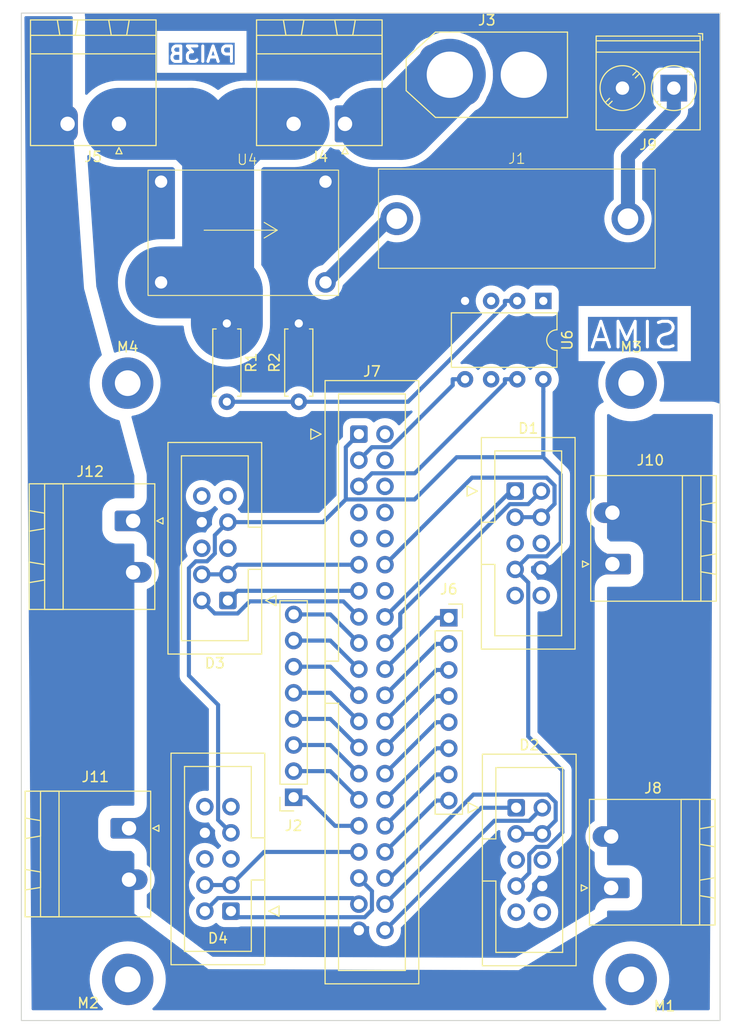
<source format=kicad_pcb>
(kicad_pcb (version 20221018) (generator pcbnew)
  (title_block (title "Distribution board") (company "Universidad Nacional de Colombia"))
  (layers (0 "F.Cu" signal) (31 "B.Cu" mixed) (36 "B.SilkS" user "B.Silkscreen") (37 "F.SilkS" user "F.Silkscreen") (38 "B.Mask" user) (39 "F.Mask" user) (44 "Edge.Cuts" user))
  (net 0 "")
  (net 1 "Net-(J1-Pin_1)")
  (net 2 "Net-(J4-Pin_2)")
  (net 3 "Net-(J1-Pin_2)")
  (net 4 "Net-(U6-XTAL1{slash}PB3)")
  (net 8 "GND")
  (net 9 "+24V")
  (net 10 "Net-(J2-Pin_1)")
  (net 11 "Net-(J2-Pin_2)")
  (net 12 "Net-(J2-Pin_3)")
  (net 13 "Net-(J2-Pin_4)")
  (net 14 "Net-(J6-Pin_1)")
  (net 15 "Net-(J6-Pin_2)")
  (net 16 "Net-(J6-Pin_3)")
  (net 17 "Net-(J6-Pin_4)")
  (net 18 "Net-(J6-Pin_5)")
  (net 19 "Net-(J6-Pin_6)")
  (net 20 "Net-(J7-Pin_3)")
  (net 22 "Net-(J7-Pin_5)")
  (net 25 "Net-(D1-L_EN)")
  (net 26 "Net-(D2-L_EN)")
  (net 27 "Net-(D3-L_EN)")
  (net 28 "Net-(D4-L_EN)")
  (net 33 "+3.3V")
  (net 34 "Net-(J2-Pin_5)")
  (net 35 "Net-(J2-Pin_6)")
  (net 36 "Net-(J2-Pin_7)")
  (net 37 "Net-(J2-Pin_8)")
  (net 38 "Net-(J10-Pin_2)")
  (net 39 "Net-(J6-Pin_7)")
  (net 40 "Net-(J6-Pin_8)")
  (net 42 "Net-(D1-RPWM)")
  (net 43 "Net-(D1-LPWM)")
  (net 46 "Net-(D2-RPWM)")
  (net 47 "Net-(D2-LPWM)")
  (net 50 "Net-(D3-RPWM)")
  (net 51 "Net-(D3-LPWM)")
  (net 54 "Net-(D4-RPWM)")
  (net 55 "Net-(D4-LPWM)")
  (footprint "MountingHole:MountingHole_2.5mm_Pad" (layer "F.Cu") (at 169.35 80)
    (fp_text reference "M3" (at 0 -3.5) (layer "F.SilkS"))
    (fp_text value "MountingHole_2.5mm_Pad")
    (pad "1" thru_hole circle (at 0 0) (size 5 5) (drill 2.5) (layers "*.Cu" "*.Mask"))
  )
  (footprint "Connector_AMASS:AMASS_XT60-M_1x02_P7.20mm_Vertical" (layer "F.Cu") (at 151.7 50)
    (fp_text reference "J3" (at 3.6 -5.3) (layer "F.SilkS"))
    (fp_text value "Input 24 V")
    (pad "1" thru_hole roundrect (at 0 0) (size 6 6) (drill 4.5) (layers "*.Cu" "*.Mask") (net 9 "+24V"))
    (pad "2" thru_hole circle (at 7.2 0) (size 6 6) (drill 4.5) (layers "*.Cu" "*.Mask") (net 8 "GND"))
  )
  (footprint "Connector_Phoenix_MSTB:PhoenixContact_MSTBA_2,5_2-G_1x02_P5.00mm_Horizontal" (layer "F.Cu") (at 119.5 54.7775 180)
    (fp_text reference "J5" (at 2.5 -3.2) (layer "F.SilkS"))
    (fp_text value "Parada de Emergencia ")
    (pad "1" thru_hole roundrect (at 0 0 180) (size 2 3.6) (drill 1.4) (layers "*.Cu" "*.Mask") (roundrect_rratio 0.125) (net 2 "Net-(J4-Pin_2)"))
    (pad "2" thru_hole oval (at 5 0 180) (size 2 3.6) (drill 1.4) (layers "*.Cu" "*.Mask") (net 38 "Net-(J10-Pin_2)"))
  )
  (footprint "Connector_IDC:IDC-Header_2x05_P2.54mm_Vertical" (layer "F.Cu") (at 158.06 90.5)
    (fp_text reference "D1" (at 1.27 -6.1) (layer "F.SilkS"))
    (fp_text value "~")
    (pad "1" thru_hole roundrect (at 0 0) (size 1.7 1.7) (drill 1) (layers "*.Cu" "*.Mask") (roundrect_rratio 0.1470588235) (net 42 "Net-(D1-RPWM)"))
    (pad "2" thru_hole circle (at 2.54 0) (size 1.7 1.7) (drill 1) (layers "*.Cu" "*.Mask") (net 43 "Net-(D1-LPWM)"))
    (pad "3" thru_hole circle (at 0 2.54) (size 1.7 1.7) (drill 1) (layers "*.Cu" "*.Mask") (net 25 "Net-(D1-L_EN)"))
    (pad "4" thru_hole circle (at 2.54 2.54) (size 1.7 1.7) (drill 1) (layers "*.Cu" "*.Mask") (net 25 "Net-(D1-L_EN)"))
    (pad "5" thru_hole circle (at 0 5.08) (size 1.7 1.7) (drill 1) (layers "*.Cu" "*.Mask"))
    (pad "6" thru_hole circle (at 2.54 5.08) (size 1.7 1.7) (drill 1) (layers "*.Cu" "*.Mask"))
    (pad "7" thru_hole circle (at 0 7.62) (size 1.7 1.7) (drill 1) (layers "*.Cu" "*.Mask") (net 33 "+3.3V"))
    (pad "8" thru_hole circle (at 2.54 7.62) (size 1.7 1.7) (drill 1) (layers "*.Cu" "*.Mask") (net 8 "GND"))
    (pad "9" thru_hole circle (at 0 10.16) (size 1.7 1.7) (drill 1) (layers "*.Cu" "*.Mask"))
    (pad "10" thru_hole circle (at 2.54 10.16) (size 1.7 1.7) (drill 1) (layers "*.Cu" "*.Mask"))
  )
  (footprint "Connector_IDC:IDC-Header_2x05_P2.54mm_Vertical" (layer "F.Cu") (at 130.1 101.14 180)
    (fp_text reference "D3" (at 1.27 -6.1) (layer "F.SilkS"))
    (fp_text value "~")
    (pad "1" thru_hole roundrect (at 0 0 180) (size 1.7 1.7) (drill 1) (layers "*.Cu" "*.Mask") (roundrect_rratio 0.1470588235) (net 50 "Net-(D3-RPWM)"))
    (pad "2" thru_hole circle (at 2.54 0 180) (size 1.7 1.7) (drill 1) (layers "*.Cu" "*.Mask") (net 51 "Net-(D3-LPWM)"))
    (pad "3" thru_hole circle (at 0 2.54 180) (size 1.7 1.7) (drill 1) (layers "*.Cu" "*.Mask") (net 27 "Net-(D3-L_EN)"))
    (pad "4" thru_hole circle (at 2.54 2.54 180) (size 1.7 1.7) (drill 1) (layers "*.Cu" "*.Mask") (net 27 "Net-(D3-L_EN)"))
    (pad "5" thru_hole circle (at 0 5.08 180) (size 1.7 1.7) (drill 1) (layers "*.Cu" "*.Mask"))
    (pad "6" thru_hole circle (at 2.54 5.08 180) (size 1.7 1.7) (drill 1) (layers "*.Cu" "*.Mask"))
    (pad "7" thru_hole circle (at 0 7.62 180) (size 1.7 1.7) (drill 1) (layers "*.Cu" "*.Mask") (net 33 "+3.3V"))
    (pad "8" thru_hole circle (at 2.54 7.62 180) (size 1.7 1.7) (drill 1) (layers "*.Cu" "*.Mask") (net 8 "GND"))
    (pad "9" thru_hole circle (at 0 10.16 180) (size 1.7 1.7) (drill 1) (layers "*.Cu" "*.Mask"))
    (pad "10" thru_hole circle (at 2.54 10.16 180) (size 1.7 1.7) (drill 1) (layers "*.Cu" "*.Mask"))
  )
  (footprint "Connector_IDC:IDC-Header_2x05_P2.54mm_Vertical" (layer "F.Cu") (at 130.4 131.36 180)
    (fp_text reference "D4" (at 1.27 -2.64) (layer "F.SilkS"))
    (fp_text value "~")
    (pad "1" thru_hole roundrect (at 0 0 180) (size 1.7 1.7) (drill 1) (layers "*.Cu" "*.Mask") (roundrect_rratio 0.1470588235) (net 54 "Net-(D4-RPWM)"))
    (pad "2" thru_hole circle (at 2.54 0 180) (size 1.7 1.7) (drill 1) (layers "*.Cu" "*.Mask") (net 55 "Net-(D4-LPWM)"))
    (pad "3" thru_hole circle (at 0 2.54 180) (size 1.7 1.7) (drill 1) (layers "*.Cu" "*.Mask") (net 28 "Net-(D4-L_EN)"))
    (pad "4" thru_hole circle (at 2.54 2.54 180) (size 1.7 1.7) (drill 1) (layers "*.Cu" "*.Mask") (net 28 "Net-(D4-L_EN)"))
    (pad "5" thru_hole circle (at 0 5.08 180) (size 1.7 1.7) (drill 1) (layers "*.Cu" "*.Mask"))
    (pad "6" thru_hole circle (at 2.54 5.08 180) (size 1.7 1.7) (drill 1) (layers "*.Cu" "*.Mask"))
    (pad "7" thru_hole circle (at 0 7.62 180) (size 1.7 1.7) (drill 1) (layers "*.Cu" "*.Mask") (net 33 "+3.3V"))
    (pad "8" thru_hole circle (at 2.54 7.62 180) (size 1.7 1.7) (drill 1) (layers "*.Cu" "*.Mask") (net 8 "GND"))
    (pad "9" thru_hole circle (at 0 10.16 180) (size 1.7 1.7) (drill 1) (layers "*.Cu" "*.Mask"))
    (pad "10" thru_hole circle (at 2.54 10.16 180) (size 1.7 1.7) (drill 1) (layers "*.Cu" "*.Mask"))
  )
  (footprint "Connector_Phoenix_MSTB:PhoenixContact_MSTBA_2,5_2-G_1x02_P5.00mm_Horizontal" (layer "F.Cu") (at 167.5225 97.6 90)
    (fp_text reference "J10" (at 10.1 3.7 180) (layer "F.SilkS"))
    (fp_text value "Conn_01x02_Socket")
    (pad "1" thru_hole roundrect (at 0 0 90) (size 2 3.6) (drill 1.4) (layers "*.Cu" "*.Mask") (roundrect_rratio 0.125) (net 8 "GND"))
    (pad "2" thru_hole oval (at 5 0 90) (size 2 3.6) (drill 1.4) (layers "*.Cu" "*.Mask") (net 38 "Net-(J10-Pin_2)"))
  )
  (footprint "Connector_IDC:IDC-Header_2x05_P2.54mm_Vertical" (layer "F.Cu") (at 158.16 121.3)
    (fp_text reference "D2" (at 1.27 -6.1) (layer "F.SilkS"))
    (fp_text value "~")
    (pad "1" thru_hole roundrect (at 0 0) (size 1.7 1.7) (drill 1) (layers "*.Cu" "*.Mask") (roundrect_rratio 0.1470588235) (net 46 "Net-(D2-RPWM)"))
    (pad "2" thru_hole circle (at 2.54 0) (size 1.7 1.7) (drill 1) (layers "*.Cu" "*.Mask") (net 47 "Net-(D2-LPWM)"))
    (pad "3" thru_hole circle (at 0 2.54) (size 1.7 1.7) (drill 1) (layers "*.Cu" "*.Mask") (net 26 "Net-(D2-L_EN)"))
    (pad "4" thru_hole circle (at 2.54 2.54) (size 1.7 1.7) (drill 1) (layers "*.Cu" "*.Mask") (net 26 "Net-(D2-L_EN)"))
    (pad "5" thru_hole circle (at 0 5.08) (size 1.7 1.7) (drill 1) (layers "*.Cu" "*.Mask"))
    (pad "6" thru_hole circle (at 2.54 5.08) (size 1.7 1.7) (drill 1) (layers "*.Cu" "*.Mask"))
    (pad "7" thru_hole circle (at 0 7.62) (size 1.7 1.7) (drill 1) (layers "*.Cu" "*.Mask") (net 33 "+3.3V"))
    (pad "8" thru_hole circle (at 2.54 7.62) (size 1.7 1.7) (drill 1) (layers "*.Cu" "*.Mask") (net 8 "GND"))
    (pad "9" thru_hole circle (at 0 10.16) (size 1.7 1.7) (drill 1) (layers "*.Cu" "*.Mask"))
    (pad "10" thru_hole circle (at 2.54 10.16) (size 1.7 1.7) (drill 1) (layers "*.Cu" "*.Mask"))
  )
  (footprint "Resistor_THT:R_Axial_DIN0207_L6.3mm_D2.5mm_P7.62mm_Horizontal" (layer "F.Cu") (at 137 81.81 90)
    (fp_text reference "R2" (at 3.81 -2.37 90) (layer "F.SilkS"))
    (fp_text value "R")
    (pad "1" thru_hole circle (at 0 0 90) (size 1.6 1.6) (drill 0.8) (layers "*.Cu" "*.Mask") (net 4 "Net-(U6-XTAL1{slash}PB3)"))
    (pad "2" thru_hole oval (at 7.62 0 90) (size 1.6 1.6) (drill 0.8) (layers "*.Cu" "*.Mask") (net 8 "GND"))
  )
  (footprint "MountingHole:MountingHole_2.5mm_Pad" (layer "F.Cu") (at 169.35 138)
    (fp_text reference "M1" (at 3.25 2.6) (layer "F.SilkS"))
    (fp_text value "MountingHole_2.5mm_Pad")
    (pad "1" thru_hole circle (at 0 0) (size 5 5) (drill 2.5) (layers "*.Cu" "*.Mask"))
  )
  (footprint "Connector_Phoenix_MSTB:PhoenixContact_MSTBA_2,5_2-G_1x02_P5.00mm_Horizontal" (layer "F.Cu") (at 120.4775 123.3 -90)
    (fp_text reference "J11" (at -5 3.2775 -180) (layer "F.SilkS"))
    (fp_text value "Conn_01x02_Socket")
    (pad "1" thru_hole roundrect (at 0 0 270) (size 2 3.6) (drill 1.4) (layers "*.Cu" "*.Mask") (roundrect_rratio 0.125) (net 8 "GND"))
    (pad "2" thru_hole oval (at 5 0 270) (size 2 3.6) (drill 1.4) (layers "*.Cu" "*.Mask") (net 38 "Net-(J10-Pin_2)"))
  )
  (footprint "Package_DIP:DIP-8_W7.62mm" (layer "F.Cu") (at 160.8 72 -90)
    (fp_text reference "U6" (at 3.81 -2.33 90) (layer "F.SilkS"))
    (fp_text value "ATtiny85-20P")
    (pad "1" thru_hole rect (at 0 0 270) (size 1.6 1.6) (drill 0.8) (layers "*.Cu" "*.Mask"))
    (pad "2" thru_hole oval (at 0 2.54 270) (size 1.6 1.6) (drill 0.8) (layers "*.Cu" "*.Mask") (net 4 "Net-(U6-XTAL1{slash}PB3)"))
    (pad "3" thru_hole oval (at 0 5.08 270) (size 1.6 1.6) (drill 0.8) (layers "*.Cu" "*.Mask"))
    (pad "4" thru_hole oval (at 0 7.62 270) (size 1.6 1.6) (drill 0.8) (layers "*.Cu" "*.Mask") (net 8 "GND"))
    (pad "5" thru_hole oval (at 7.62 7.62 270) (size 1.6 1.6) (drill 0.8) (layers "*.Cu" "*.Mask") (net 20 "Net-(J7-Pin_3)"))
    (pad "6" thru_hole oval (at 7.62 5.08 270) (size 1.6 1.6) (drill 0.8) (layers "*.Cu" "*.Mask"))
    (pad "7" thru_hole oval (at 7.62 2.54 270) (size 1.6 1.6) (drill 0.8) (layers "*.Cu" "*.Mask") (net 22 "Net-(J7-Pin_5)"))
    (pad "8" thru_hole oval (at 7.62 0 270) (size 1.6 1.6) (drill 0.8) (layers "*.Cu" "*.Mask") (net 33 "+3.3V"))
  )
  (footprint "Connector_Phoenix_MSTB:PhoenixContact_MSTBA_2,5_2-G_1x02_P5.00mm_Horizontal" (layer "F.Cu") (at 120.8775 93.4 -90)
    (fp_text reference "J12" (at -4.8 4.1775 -180) (layer "F.SilkS"))
    (fp_text value "Conn_01x02_Socket")
    (pad "1" thru_hole roundrect (at 0 0 270) (size 2 3.6) (drill 1.4) (layers "*.Cu" "*.Mask") (roundrect_rratio 0.125) (net 8 "GND"))
    (pad "2" thru_hole oval (at 5 0 270) (size 2 3.6) (drill 1.4) (layers "*.Cu" "*.Mask") (net 38 "Net-(J10-Pin_2)"))
  )
  (footprint "MountingHole:MountingHole_2.5mm_Pad" (layer "F.Cu") (at 120.35 138)
    (fp_text reference "M2" (at -3.85 2.3) (layer "F.SilkS"))
    (fp_text value "MountingHole_2.5mm_Pad")
    (pad "1" thru_hole circle (at 0 0) (size 5 5) (drill 2.5) (layers "*.Cu" "*.Mask"))
  )
  (footprint "Connector_PinSocket_2.54mm:PinSocket_1x08_P2.54mm_Vertical" (layer "F.Cu") (at 151.6 102.82)
    (fp_text reference "J6" (at 0 -2.77) (layer "F.SilkS"))
    (fp_text value "Conn_01x08_Socket")
    (pad "1" thru_hole rect (at 0 0) (size 1.7 1.7) (drill 1) (layers "*.Cu" "*.Mask") (net 14 "Net-(J6-Pin_1)"))
    (pad "2" thru_hole oval (at 0 2.54) (size 1.7 1.7) (drill 1) (layers "*.Cu" "*.Mask") (net 15 "Net-(J6-Pin_2)"))
    (pad "3" thru_hole oval (at 0 5.08) (size 1.7 1.7) (drill 1) (layers "*.Cu" "*.Mask") (net 16 "Net-(J6-Pin_3)"))
    (pad "4" thru_hole oval (at 0 7.62) (size 1.7 1.7) (drill 1) (layers "*.Cu" "*.Mask") (net 17 "Net-(J6-Pin_4)"))
    (pad "5" thru_hole oval (at 0 10.16) (size 1.7 1.7) (drill 1) (layers "*.Cu" "*.Mask") (net 18 "Net-(J6-Pin_5)"))
    (pad "6" thru_hole oval (at 0 12.7) (size 1.7 1.7) (drill 1) (layers "*.Cu" "*.Mask") (net 19 "Net-(J6-Pin_6)"))
    (pad "7" thru_hole oval (at 0 15.24) (size 1.7 1.7) (drill 1) (layers "*.Cu" "*.Mask") (net 39 "Net-(J6-Pin_7)"))
    (pad "8" thru_hole oval (at 0 17.78) (size 1.7 1.7) (drill 1) (layers "*.Cu" "*.Mask") (net 40 "Net-(J6-Pin_8)"))
  )
  (footprint "PAI:fuse" (layer "F.Cu") (at 146.5375 64)
    (fp_text reference "J1" (at 11.684 -5.842 unlocked) (layer "F.SilkS") (effects (font (thickness 0.1))))
    (fp_text value "Fuse")
    (pad "1" thru_hole circle (at 0 0) (size 3.2 3.2) (drill 2) (layers "*.Cu" "*.Mask") (net 1 "Net-(J1-Pin_1)"))
    (pad "2" thru_hole circle (at 22.5 0) (size 3.2 3.2) (drill 2) (layers "*.Cu" "*.Mask") (net 3 "Net-(J1-Pin_2)"))
  )
  (footprint "PAI:regulator" (layer "F.Cu") (at 123.6 70.2)
    (fp_text reference "U4" (at 8.382 -11.938 unlocked) (layer "F.SilkS") (effects (font (thickness 0.1))))
    (fp_text value "~" hide)
    (pad "1" thru_hole rect (at 0 0 90) (size 2 2) (drill 1.2) (layers "*.Cu" "*.Mask") (net 2 "Net-(J4-Pin_2)"))
    (pad "2" thru_hole circle (at 0 -9.8 90) (size 2 2) (drill 1.2) (layers "*.Cu" "*.Mask") (net 8 "GND"))
    (pad "3" thru_hole circle (at 16 0 91.02) (size 2 2) (drill 1.2) (layers "*.Cu" "*.Mask") (net 1 "Net-(J1-Pin_1)"))
    (pad "4" thru_hole circle (at 16 -9.8 90) (size 2 2) (drill 1.2) (layers "*.Cu" "*.Mask") (net 8 "GND"))
  )
  (footprint "Resistor_THT:R_Axial_DIN0207_L6.3mm_D2.5mm_P7.62mm_Horizontal" (layer "F.Cu") (at 130 74.19 -90)
    (fp_text reference "R1" (at 3.81 -2.37 90) (layer "F.SilkS"))
    (fp_text value "R")
    (pad "1" thru_hole circle (at 0 0 270) (size 1.6 1.6) (drill 0.8) (layers "*.Cu" "*.Mask") (net 2 "Net-(J4-Pin_2)"))
    (pad "2" thru_hole oval (at 7.62 0 270) (size 1.6 1.6) (drill 0.8) (layers "*.Cu" "*.Mask") (net 4 "Net-(U6-XTAL1{slash}PB3)"))
  )
  (footprint "MountingHole:MountingHole_2.5mm_Pad" (layer "F.Cu") (at 120.35 80)
    (fp_text reference "M4" (at 0 -3.5) (layer "F.SilkS"))
    (fp_text value "MountingHole_2.5mm_Pad")
    (pad "1" thru_hole circle (at 0 0) (size 5 5) (drill 2.5) (layers "*.Cu" "*.Mask"))
  )
  (footprint "Connector_IDC:IDC-Header_2x20_P2.54mm_Vertical" (layer "F.Cu") (at 142.85 84.96)
    (fp_text reference "J7" (at 1.27 -6.1) (layer "F.SilkS"))
    (fp_text value "Raspberry GPIO")
    (pad "1" thru_hole roundrect (at 0 0) (size 1.7 1.7) (drill 1) (layers "*.Cu" "*.Mask") (roundrect_rratio 0.1470588235) (net 33 "+3.3V"))
    (pad "2" thru_hole circle (at 2.54 0) (size 1.7 1.7) (drill 1) (layers "*.Cu" "*.Mask"))
    (pad "3" thru_hole circle (at 0 2.54) (size 1.7 1.7) (drill 1) (layers "*.Cu" "*.Mask") (net 20 "Net-(J7-Pin_3)"))
    (pad "4" thru_hole circle (at 2.54 2.54) (size 1.7 1.7) (drill 1) (layers "*.Cu" "*.Mask"))
    (pad "5" thru_hole circle (at 0 5.08) (size 1.7 1.7) (drill 1) (layers "*.Cu" "*.Mask") (net 22 "Net-(J7-Pin_5)"))
    (pad "6" thru_hole circle (at 2.54 5.08) (size 1.7 1.7) (drill 1) (layers "*.Cu" "*.Mask"))
    (pad "7" thru_hole circle (at 0 7.62) (size 1.7 1.7) (drill 1) (layers "*.Cu" "*.Mask"))
    (pad "8" thru_hole circle (at 2.54 7.62) (size 1.7 1.7) (drill 1) (layers "*.Cu" "*.Mask"))
    (pad "9" thru_hole circle (at 0 10.16) (size 1.7 1.7) (drill 1) (layers "*.Cu" "*.Mask"))
    (pad "10" thru_hole circle (at 2.54 10.16) (size 1.7 1.7) (drill 1) (layers "*.Cu" "*.Mask"))
    (pad "11" thru_hole circle (at 0 12.7) (size 1.7 1.7) (drill 1) (layers "*.Cu" "*.Mask") (net 27 "Net-(D3-L_EN)"))
    (pad "12" thru_hole circle (at 2.54 12.7) (size 1.7 1.7) (drill 1) (layers "*.Cu" "*.Mask") (net 25 "Net-(D1-L_EN)"))
    (pad "13" thru_hole circle (at 0 15.24) (size 1.7 1.7) (drill 1) (layers "*.Cu" "*.Mask") (net 50 "Net-(D3-RPWM)"))
    (pad "14" thru_hole circle (at 2.54 15.24) (size 1.7 1.7) (drill 1) (layers "*.Cu" "*.Mask"))
    (pad "15" thru_hole circle (at 0 17.78) (size 1.7 1.7) (drill 1) (layers "*.Cu" "*.Mask") (net 51 "Net-(D3-LPWM)"))
    (pad "16" thru_hole circle (at 2.54 17.78) (size 1.7 1.7) (drill 1) (layers "*.Cu" "*.Mask") (net 42 "Net-(D1-RPWM)"))
    (pad "17" thru_hole circle (at 0 20.32) (size 1.7 1.7) (drill 1) (layers "*.Cu" "*.Mask") (net 37 "Net-(J2-Pin_8)"))
    (pad "18" thru_hole circle (at 2.54 20.32) (size 1.7 1.7) (drill 1) (layers "*.Cu" "*.Mask") (net 43 "Net-(D1-LPWM)"))
    (pad "19" thru_hole circle (at 0 22.86) (size 1.7 1.7) (drill 1) (layers "*.Cu" "*.Mask") (net 36 "Net-(J2-Pin_7)"))
    (pad "20" thru_hole circle (at 2.54 22.86) (size 1.7 1.7) (drill 1) (layers "*.Cu" "*.Mask") (net 14 "Net-(J6-Pin_1)"))
    (pad "21" thru_hole circle (at 0 25.4) (size 1.7 1.7) (drill 1) (layers "*.Cu" "*.Mask") (net 35 "Net-(J2-Pin_6)"))
    (pad "22" thru_hole circle (at 2.54 25.4) (size 1.7 1.7) (drill 1) (layers "*.Cu" "*.Mask") (net 15 "Net-(J6-Pin_2)"))
    (pad "23" thru_hole circle (at 0 27.94) (size 1.7 1.7) (drill 1) (layers "*.Cu" "*.Mask") (net 34 "Net-(J2-Pin_5)"))
    (pad "24" thru_hole circle (at 2.54 27.94) (size 1.7 1.7) (drill 1) (layers "*.Cu" "*.Mask") (net 16 "Net-(J6-Pin_3)"))
    (pad "25" thru_hole circle (at 0 30.48) (size 1.7 1.7) (drill 1) (layers "*.Cu" "*.Mask") (net 13 "Net-(J2-Pin_4)"))
    (pad "26" thru_hole circle (at 2.54 30.48) (size 1.7 1.7) (drill 1) (layers "*.Cu" "*.Mask") (net 17 "Net-(J6-Pin_4)"))
    (pad "27" thru_hole circle (at 0 33.02) (size 1.7 1.7) (drill 1) (layers "*.Cu" "*.Mask") (net 12 "Net-(J2-Pin_3)"))
    (pad "28" thru_hole circle (at 2.54 33.02) (size 1.7 1.7) (drill 1) (layers "*.Cu" "*.Mask") (net 18 "Net-(J6-Pin_5)"))
    (pad "29" thru_hole circle (at 0 35.56) (size 1.7 1.7) (drill 1) (layers "*.Cu" "*.Mask") (net 11 "Net-(J2-Pin_2)"))
    (pad "30" thru_hole circle (at 2.54 35.56) (size 1.7 1.7) (drill 1) (layers "*.Cu" "*.Mask") (net 19 "Net-(J6-Pin_6)"))
    (pad "31" thru_hole circle (at 0 38.1) (size 1.7 1.7) (drill 1) (layers "*.Cu" "*.Mask") (net 10 "Net-(J2-Pin_1)"))
    (pad "32" thru_hole circle (at 2.54 38.1) (size 1.7 1.7) (drill 1) (layers "*.Cu" "*.Mask") (net 39 "Net-(J6-Pin_7)"))
    (pad "33" thru_hole circle (at 0 40.64) (size 1.7 1.7) (drill 1) (layers "*.Cu" "*.Mask") (net 28 "Net-(D4-L_EN)"))
    (pad "34" thru_hole circle (at 2.54 40.64) (size 1.7 1.7) (drill 1) (layers "*.Cu" "*.Mask") (net 40 "Net-(J6-Pin_8)"))
    (pad "35" thru_hole circle (at 0 43.18) (size 1.7 1.7) (drill 1) (layers "*.Cu" "*.Mask") (net 54 "Net-(D4-RPWM)"))
    (pad "36" thru_hole circle (at 2.54 43.18) (size 1.7 1.7) (drill 1) (layers "*.Cu" "*.Mask") (net 26 "Net-(D2-L_EN)"))
    (pad "37" thru_hole circle (at 0 45.72) (size 1.7 1.7) (drill 1) (layers "*.Cu" "*.Mask") (net 55 "Net-(D4-LPWM)"))
    (pad "38" thru_hole circle (at 2.54 45.72) (size 1.7 1.7) (drill 1) (layers "*.Cu" "*.Mask") (net 46 "Net-(D2-RPWM)"))
    (pad "39" thru_hole circle (at 0 48.26) (size 1.7 1.7) (drill 1) (layers "*.Cu" "*.Mask") (net 8 "GND"))
    (pad "40" thru_hole circle (at 2.54 48.26) (size 1.7 1.7) (drill 1) (layers "*.Cu" "*.Mask") (net 47 "Net-(D2-LPWM)"))
  )
  (footprint "Connector_PinSocket_2.54mm:PinSocket_1x08_P2.54mm_Vertical" (layer "F.Cu") (at 136.5 120.28 180)
    (fp_text reference "J2" (at 0 -2.77) (layer "F.SilkS"))
    (fp_text value "Conn_01x08_Socket")
    (pad "1" thru_hole rect (at 0 0 180) (size 1.7 1.7) (drill 1) (layers "*.Cu" "*.Mask") (net 10 "Net-(J2-Pin_1)"))
    (pad "2" thru_hole oval (at 0 2.54 180) (size 1.7 1.7) (drill 1) (layers "*.Cu" "*.Mask") (net 11 "Net-(J2-Pin_2)"))
    (pad "3" thru_hole oval (at 0 5.08 180) (size 1.7 1.7) (drill 1) (layers "*.Cu" "*.Mask") (net 12 "Net-(J2-Pin_3)"))
    (pad "4" thru_hole oval (at 0 7.62 180) (size 1.7 1.7) (drill 1) (layers "*.Cu" "*.Mask") (net 13 "Net-(J2-Pin_4)"))
    (pad "5" thru_hole oval (at 0 10.16 180) (size 1.7 1.7) (drill 1) (layers "*.Cu" "*.Mask") (net 34 "Net-(J2-Pin_5)"))
    (pad "6" thru_hole oval (at 0 12.7 180) (size 1.7 1.7) (drill 1) (layers "*.Cu" "*.Mask") (net 35 "Net-(J2-Pin_6)"))
    (pad "7" thru_hole oval (at 0 15.24 180) (size 1.7 1.7) (drill 1) (layers "*.Cu" "*.Mask") (net 36 "Net-(J2-Pin_7)"))
    (pad "8" thru_hole oval (at 0 17.78 180) (size 1.7 1.7) (drill 1) (layers "*.Cu" "*.Mask") (net 37 "Net-(J2-Pin_8)"))
  )
  (footprint "TerminalBlock_Phoenix:TerminalBlock_Phoenix_PT-1,5-2-5.0-H_1x02_P5.00mm_Horizontal" (layer "F.Cu") (at 173.5 51.3 180)
    (fp_text reference "J9" (at 2.5 -5.5) (layer "F.SilkS"))
    (fp_text value "Conn_01x02_Socket")
    (pad "1" thru_hole rect (at 0 0 180) (size 2.6 2.6) (drill 1.3) (layers "*.Cu" "*.Mask") (net 3 "Net-(J1-Pin_2)"))
    (pad "2" thru_hole circle (at 5 0 180) (size 2.6 2.6) (drill 1.3) (layers "*.Cu" "*.Mask") (net 8 "GND"))
  )
  (footprint "Connector_Phoenix_MSTB:PhoenixContact_MSTBA_2,5_2-G_1x02_P5.00mm_Horizontal" (layer "F.Cu") (at 141.5 54.7775 180)
    (fp_text reference "J4" (at 2.5 -3.2) (layer "F.SilkS"))
    (fp_text value "Boton Encendido ")
    (pad "1" thru_hole roundrect (at 0 0 180) (size 2 3.6) (drill 1.4) (layers "*.Cu" "*.Mask") (roundrect_rratio 0.125) (net 9 "+24V"))
    (pad "2" thru_hole oval (at 5 0 180) (size 2 3.6) (drill 1.4) (layers "*.Cu" "*.Mask") (net 2 "Net-(J4-Pin_2)"))
  )
  (footprint "Connector_Phoenix_MSTB:PhoenixContact_MSTBA_2,5_2-G_1x02_P5.00mm_Horizontal" (layer "F.Cu") (at 167.4 129.1 90)
    (fp_text reference "J8" (at 9.7 4.0775 180) (layer "F.SilkS"))
    (fp_text value "Conn_01x02_Socket")
    (pad "1" thru_hole roundrect (at 0 0 90) (size 2 3.6) (drill 1.4) (layers "*.Cu" "*.Mask") (roundrect_rratio 0.125) (net 8 "GND"))
    (pad "2" thru_hole oval (at 5 0 90) (size 2 3.6) (drill 1.4) (layers "*.Cu" "*.Mask") (net 38 "Net-(J10-Pin_2)"))
  )
  (gr_rect (start 110 44) (end 178 142) (stroke (width 0.1)) (fill none) (layer "Edge.Cuts"))
  (gr_text "SIMA" (at 174.1 76.8) (layer "B.Cu" knockout) (effects (font (size 2.5 2.5) (thickness 0.3) bold) (justify left bottom mirror)))
  (gr_text "PAI3B" (at 131 48.9) (layer "B.Cu" knockout) (effects (font (size 1.5 1.5) (thickness 0.3) bold) (justify left bottom mirror)))
  (segment (start 146.5375 64) (end 145.8 64) (width 1.37) (layer "B.Cu") (net 1))
  (segment (start 145.8 64) (end 139.6 70.2) (width 1.37) (layer "B.Cu") (net 1))
  (segment (start 129.1506 70.2) (end 129.1506 57.425) (width 7) (layer "B.Cu") (net 2))
  (segment (start 129.1506 57.425) (end 131.7981 54.7775) (width 7) (layer "B.Cu") (net 2))
  (segment (start 123.6 70.2) (end 128.3019 70.2) (width 7) (layer "B.Cu") (net 2))
  (segment (start 129.1506 57.425) (end 126.5031 54.7775) (width 7) (layer "B.Cu") (net 2))
  (segment (start 129.1506 70.2) (end 128.3019 70.2) (width 7) (layer "B.Cu") (net 2))
  (segment (start 130 74.19) (end 130 71.0494) (width 7) (layer "B.Cu") (net 2))
  (segment (start 130 71.0494) (end 129.1506 70.2) (width 7) (layer "B.Cu") (net 2))
  (segment (start 136.5 54.7775) (end 131.7981 54.7775) (width 7) (layer "B.Cu") (net 2))
  (segment (start 126.5031 54.7775) (end 119.5 54.7775) (width 7) (layer "B.Cu") (net 2))
  (segment (start 173.5 51.3) (end 173.5 53.4869) (width 1.37) (layer "B.Cu") (net 3))
  (segment (start 169.0375 57.9494) (end 169.0375 64) (width 1.37) (layer "B.Cu") (net 3))
  (segment (start 173.5 53.4869) (end 169.0375 57.9494) (width 1.37) (layer "B.Cu") (net 3))
  (segment (start 158.26 72) (end 157.0581 72) (width 0.4) (layer "B.Cu") (net 4))
  (segment (start 130 81.81) (end 137 81.81) (width 0.4) (layer "B.Cu") (net 4))
  (segment (start 147.6237 81.81) (end 137 81.81) (width 0.4) (layer "B.Cu") (net 4))
  (segment (start 157.0581 72.3756) (end 147.6237 81.81) (width 0.4) (layer "B.Cu") (net 4))
  (segment (start 157.0581 72) (end 157.0581 72.3756) (width 0.4) (layer "B.Cu") (net 4))
  (segment (start 165.7302 95.8077) (end 167.5225 97.6) (width 0.4) (layer "B.Cu") (net 8))
  (segment (start 166.7093 129.7907) (end 167.4 129.1) (width 0.4) (layer "B.Cu") (net 8))
  (segment (start 122.0116 124.8341) (end 120.4775 123.3) (width 0.4) (layer "B.Cu") (net 8))
  (segment (start 122.6298 95.1523) (end 120.8775 93.4) (width 0.4) (layer "B.Cu") (net 8))
  (segment (start 144.3002 54.7775) (end 146.9225 54.7775) (width 7) (layer "B.Cu") (net 9))
  (segment (start 146.9225 54.7775) (end 151.7 50) (width 7) (layer "B.Cu") (net 9))
  (segment (start 144.3002 54.7775) (end 141.5 54.7775) (width 2.0016) (layer "B.Cu") (net 9))
  (segment (start 140.5319 123.06) (end 137.7519 120.28) (width 0.4) (layer "B.Cu") (net 10))
  (segment (start 136.5 120.28) (end 137.7519 120.28) (width 0.4) (layer "B.Cu") (net 10))
  (segment (start 142.85 123.06) (end 140.5319 123.06) (width 0.4) (layer "B.Cu") (net 10))
  (segment (start 140.07 117.74) (end 136.5 117.74) (width 0.4) (layer "B.Cu") (net 11))
  (segment (start 142.85 120.52) (end 140.07 117.74) (width 0.4) (layer "B.Cu") (net 11))
  (segment (start 140.07 115.2) (end 136.5 115.2) (width 0.4) (layer "B.Cu") (net 12))
  (segment (start 142.85 117.98) (end 140.07 115.2) (width 0.4) (layer "B.Cu") (net 12))
  (segment (start 140.07 112.66) (end 136.5 112.66) (width 0.4) (layer "B.Cu") (net 13))
  (segment (start 142.85 115.44) (end 140.07 112.66) (width 0.4) (layer "B.Cu") (net 13))
  (segment (start 150.3481 102.8619) (end 150.3481 102.82) (width 0.4) (layer "B.Cu") (net 14))
  (segment (start 145.39 107.82) (end 150.3481 102.8619) (width 0.4) (layer "B.Cu") (net 14))
  (segment (start 151.6 102.82) (end 150.3481 102.82) (width 0.4) (layer "B.Cu") (net 14))
  (segment (start 150.3481 105.4019) (end 150.3481 105.36) (width 0.4) (layer "B.Cu") (net 15))
  (segment (start 151.6 105.36) (end 150.3481 105.36) (width 0.4) (layer "B.Cu") (net 15))
  (segment (start 145.39 110.36) (end 150.3481 105.4019) (width 0.4) (layer "B.Cu") (net 15))
  (segment (start 150.3481 107.9419) (end 150.3481 107.9) (width 0.4) (layer "B.Cu") (net 16))
  (segment (start 145.39 112.9) (end 150.3481 107.9419) (width 0.4) (layer "B.Cu") (net 16))
  (segment (start 151.6 107.9) (end 150.3481 107.9) (width 0.4) (layer "B.Cu") (net 16))
  (segment (start 151.6 110.44) (end 150.3481 110.44) (width 0.4) (layer "B.Cu") (net 17))
  (segment (start 150.3481 110.4819) (end 150.3481 110.44) (width 0.4) (layer "B.Cu") (net 17))
  (segment (start 145.39 115.44) (end 150.3481 110.4819) (width 0.4) (layer "B.Cu") (net 17))
  (segment (start 150.3481 113.0219) (end 150.3481 112.98) (width 0.4) (layer "B.Cu") (net 18))
  (segment (start 145.39 117.98) (end 150.3481 113.0219) (width 0.4) (layer "B.Cu") (net 18))
  (segment (start 151.6 112.98) (end 150.3481 112.98) (width 0.4) (layer "B.Cu") (net 18))
  (segment (start 151.6 115.52) (end 150.3481 115.52) (width 0.4) (layer "B.Cu") (net 19))
  (segment (start 150.3481 115.5619) (end 150.3481 115.52) (width 0.4) (layer "B.Cu") (net 19))
  (segment (start 145.39 120.52) (end 150.3481 115.5619) (width 0.4) (layer "B.Cu") (net 19))
  (segment (start 151.9781 80.2061) (end 151.9781 79.62) (width 0.4) (layer "B.Cu") (net 20))
  (segment (start 142.85 87.5) (end 144.12 86.23) (width 0.4) (layer "B.Cu") (net 20))
  (segment (start 145.9542 86.23) (end 151.9781 80.2061) (width 0.4) (layer "B.Cu") (net 20))
  (segment (start 144.12 86.23) (end 145.9542 86.23) (width 0.4) (layer "B.Cu") (net 20))
  (segment (start 153.18 79.62) (end 151.9781 79.62) (width 0.4) (layer "B.Cu") (net 20))
  (segment (start 158.26 79.62) (end 157.0581 79.62) (width 0.4) (layer "B.Cu") (net 22))
  (segment (start 144.12 88.77) (end 148.2817 88.77) (width 0.4) (layer "B.Cu") (net 22))
  (segment (start 148.2817 88.77) (end 157.0581 79.9936) (width 0.4) (layer "B.Cu") (net 22))
  (segment (start 142.85 90.04) (end 144.12 88.77) (width 0.4) (layer "B.Cu") (net 22))
  (segment (start 157.0581 79.9936) (end 157.0581 79.62) (width 0.4) (layer "B.Cu") (net 22))
  (segment (start 153.8589 89.1911) (end 161.1262 89.1911) (width 0.4) (layer "B.Cu") (net 25))
  (segment (start 160.6 93.04) (end 158.06 93.04) (width 0.4) (layer "B.Cu") (net 25))
  (segment (start 161.8896 91.7504) (end 160.6 93.04) (width 0.4) (layer "B.Cu") (net 25))
  (segment (start 145.39 97.66) (end 153.8589 89.1911) (width 0.4) (layer "B.Cu") (net 25))
  (segment (start 161.8896 89.9545) (end 161.8896 91.7504) (width 0.4) (layer "B.Cu") (net 25))
  (segment (start 161.1262 89.1911) (end 161.8896 89.9545) (width 0.4) (layer "B.Cu") (net 25))
  (segment (start 158.16 123.84) (end 160.7 123.84) (width 0.4) (layer "B.Cu") (net 26))
  (segment (start 145.874 128.14) (end 153.9921 120.0219) (width 0.4) (layer "B.Cu") (net 26))
  (segment (start 161.2508 120.0219) (end 162.0006 120.7717) (width 0.4) (layer "B.Cu") (net 26))
  (segment (start 145.39 128.14) (end 145.874 128.14) (width 0.4) (layer "B.Cu") (net 26))
  (segment (start 153.9921 120.0219) (end 161.2508 120.0219) (width 0.4) (layer "B.Cu") (net 26))
  (segment (start 162.0006 122.5394) (end 160.7 123.84) (width 0.4) (layer "B.Cu") (net 26))
  (segment (start 162.0006 120.7717) (end 162.0006 122.5394) (width 0.4) (layer "B.Cu") (net 26))
  (segment (start 131.04 97.66) (end 130.1 98.6) (width 0.4) (layer "B.Cu") (net 27))
  (segment (start 142.85 97.66) (end 131.04 97.66) (width 0.4) (layer "B.Cu") (net 27))
  (segment (start 127.56 98.6) (end 130.1 98.6) (width 0.4) (layer "B.Cu") (net 27))
  (segment (start 127.86 128.82) (end 130.4 128.82) (width 0.4) (layer "B.Cu") (net 28))
  (segment (start 133.62 125.6) (end 130.4 128.82) (width 0.4) (layer "B.Cu") (net 28))
  (segment (start 142.85 125.6) (end 133.62 125.6) (width 0.4) (layer "B.Cu") (net 28))
  (segment (start 142.85 84.96) (end 141.577 86.233) (width 0.4) (layer "B.Cu") (net 33))
  (segment (start 130.1 93.52) (end 139.367 93.52) (width 0.4) (layer "B.Cu") (net 33))
  (segment (start 126.9764 97.33) (end 126.3052 98.0012) (width 0.4) (layer "B.Cu") (net 33))
  (segment (start 161.1369 96.85) (end 159.33 96.85) (width 0.4) (layer "B.Cu") (net 33))
  (segment (start 162.6527 117.6872) (end 159.33 114.3645) (width 0.4) (layer "B.Cu") (net 33))
  (segment (start 129.1481 122.4881) (end 130.4 123.74) (width 0.4) (layer "B.Cu") (net 33))
  (segment (start 159.33 96.85) (end 158.06 98.12) (width 0.4) (layer "B.Cu") (net 33))
  (segment (start 160.8 80.8219) (end 160.8 87.2078) (width 0.4) (layer "B.Cu") (net 33))
  (segment (start 160.1338 125.11) (end 161.2325 125.11) (width 0.4) (layer "B.Cu") (net 33))
  (segment (start 159.33 114.3645) (end 159.33 99.39) (width 0.4) (layer "B.Cu") (net 33))
  (segment (start 128.0722 97.33) (end 126.9764 97.33) (width 0.4) (layer "B.Cu") (net 33))
  (segment (start 141.577 86.233) (end 141.577 91.31) (width 0.4) (layer "B.Cu") (net 33))
  (segment (start 148.2677 91.31) (end 152.3699 87.2078) (width 0.4) (layer "B.Cu") (net 33))
  (segment (start 159.43 127.65) (end 159.43 125.8138) (width 0.4) (layer "B.Cu") (net 33))
  (segment (start 128.83 94.79) (end 128.83 96.5722) (width 0.4) (layer "B.Cu") (net 33))
  (segment (start 141.577 91.31) (end 148.2677 91.31) (width 0.4) (layer "B.Cu") (net 33))
  (segment (start 152.3699 87.2078) (end 160.8 87.2078) (width 0.4) (layer "B.Cu") (net 33))
  (segment (start 161.2325 125.11) (end 162.6527 123.6898) (width 0.4) (layer "B.Cu") (net 33))
  (segment (start 158.16 128.92) (end 159.43 127.65) (width 0.4) (layer "B.Cu") (net 33))
  (segment (start 159.33 99.39) (end 158.06 98.12) (width 0.4) (layer "B.Cu") (net 33))
  (segment (start 128.83 96.5722) (end 128.0722 97.33) (width 0.4) (layer "B.Cu") (net 33))
  (segment (start 159.43 125.8138) (end 160.1338 125.11) (width 0.4) (layer "B.Cu") (net 33))
  (segment (start 126.3052 98.0012) (end 126.3052 108.4483) (width 0.4) (layer "B.Cu") (net 33))
  (segment (start 160.8 80.2209) (end 160.8 80.8219) (width 0.4) (layer "B.Cu") (net 33))
  (segment (start 162.495 95.4919) (end 161.1369 96.85) (width 0.4) (layer "B.Cu") (net 33))
  (segment (start 160.8 87.2078) (end 162.495 88.9028) (width 0.4) (layer "B.Cu") (net 33))
  (segment (start 129.1481 111.2912) (end 129.1481 122.4881) (width 0.4) (layer "B.Cu") (net 33))
  (segment (start 139.367 93.52) (end 141.577 91.31) (width 0.4) (layer "B.Cu") (net 33))
  (segment (start 162.495 88.9028) (end 162.495 95.4919) (width 0.4) (layer "B.Cu") (net 33))
  (segment (start 162.6527 123.6898) (end 162.6527 117.6872) (width 0.4) (layer "B.Cu") (net 33))
  (segment (start 130.1 93.52) (end 128.83 94.79) (width 0.4) (layer "B.Cu") (net 33))
  (segment (start 160.8 80.2209) (end 160.8 79.62) (width 0.4) (layer "B.Cu") (net 33))
  (segment (start 126.3052 108.4483) (end 129.1481 111.2912) (width 0.4) (layer "B.Cu") (net 33))
  (segment (start 140.07 110.12) (end 136.5 110.12) (width 0.4) (layer "B.Cu") (net 34))
  (segment (start 142.85 112.9) (end 140.07 110.12) (width 0.4) (layer "B.Cu") (net 34))
  (segment (start 142.85 110.36) (end 140.07 107.58) (width 0.4) (layer "B.Cu") (net 35))
  (segment (start 140.07 107.58) (end 136.5 107.58) (width 0.4) (layer "B.Cu") (net 35))
  (segment (start 140.07 105.04) (end 136.5 105.04) (width 0.4) (layer "B.Cu") (net 36))
  (segment (start 142.85 107.82) (end 140.07 105.04) (width 0.4) (layer "B.Cu") (net 36))
  (segment (start 140.07 102.5) (end 136.5 102.5) (width 0.4) (layer "B.Cu") (net 37))
  (segment (start 142.85 105.28) (end 140.07 102.5) (width 0.4) (layer "B.Cu") (net 37))
  (segment (start 145.39 123.06) (end 150.3481 118.1019) (width 0.4) (layer "B.Cu") (net 39))
  (segment (start 151.6 118.06) (end 150.3481 118.06) (width 0.4) (layer "B.Cu") (net 39))
  (segment (start 150.3481 118.1019) (end 150.3481 118.06) (width 0.4) (layer "B.Cu") (net 39))
  (segment (start 145.39 125.6) (end 150.3481 120.6419) (width 0.4) (layer "B.Cu") (net 40))
  (segment (start 151.6 120.6) (end 150.3481 120.6) (width 0.4) (layer "B.Cu") (net 40))
  (segment (start 150.3481 120.6419) (end 150.3481 120.6) (width 0.4) (layer "B.Cu") (net 40))
  (segment (start 157.63 90.5) (end 145.39 102.74) (width 0.4) (layer "B.Cu") (net 42))
  (segment (start 158.06 90.5) (end 157.63 90.5) (width 0.4) (layer "B.Cu") (net 42))
  (segment (start 146.875 102.4315) (end 157.5359 91.7706) (width 0.4) (layer "B.Cu") (net 43))
  (segment (start 159.3294 91.7706) (end 160.6 90.5) (width 0.4) (layer "B.Cu") (net 43))
  (segment (start 145.39 105.28) (end 146.875 103.795) (width 0.4) (layer "B.Cu") (net 43))
  (segment (start 157.5359 91.7706) (end 159.3294 91.7706) (width 0.4) (layer "B.Cu") (net 43))
  (segment (start 146.875 103.795) (end 146.875 102.4315) (width 0.4) (layer "B.Cu") (net 43))
  (segment (start 154.77 121.3) (end 158.16 121.3) (width 0.4) (layer "B.Cu") (net 46))
  (segment (start 145.39 130.68) (end 154.77 121.3) (width 0.4) (layer "B.Cu") (net 46))
  (segment (start 145.39 133.22) (end 156.0394 122.5706) (width 0.4) (layer "B.Cu") (net 47))
  (segment (start 159.4294 122.5706) (end 160.7 121.3) (width 0.4) (layer "B.Cu") (net 47))
  (segment (start 156.0394 122.5706) (end 159.4294 122.5706) (width 0.4) (layer "B.Cu") (net 47))
  (segment (start 142.85 100.2) (end 131.04 100.2) (width 0.4) (layer "B.Cu") (net 50))
  (segment (start 131.04 100.2) (end 130.1 101.14) (width 0.4) (layer "B.Cu") (net 50))
  (segment (start 128.8226 102.4026) (end 127.56 101.14) (width 0.4) (layer "B.Cu") (net 51))
  (segment (start 131.0515 102.4026) (end 128.8226 102.4026) (width 0.4) (layer "B.Cu") (net 51))
  (segment (start 132.227 101.2271) (end 131.0515 102.4026) (width 0.4) (layer "B.Cu") (net 51))
  (segment (start 141.3371 101.2271) (end 132.227 101.2271) (width 0.4) (layer "B.Cu") (net 51))
  (segment (start 142.85 102.74) (end 141.3371 101.2271) (width 0.4) (layer "B.Cu") (net 51))
  (segment (start 142.85 128.14) (end 144.12 129.41) (width 0.4) (layer "B.Cu") (net 54))
  (segment (start 130.99 131.95) (end 130.4 131.36) (width 0.4) (layer "B.Cu") (net 54))
  (segment (start 143.4162 131.95) (end 130.99 131.95) (width 0.4) (layer "B.Cu") (net 54))
  (segment (start 144.12 131.2462) (end 143.4162 131.95) (width 0.4) (layer "B.Cu") (net 54))
  (segment (start 144.12 129.41) (end 144.12 131.2462) (width 0.4) (layer "B.Cu") (net 54))
  (segment (start 142.2595 130.0895) (end 142.85 130.68) (width 0.4) (layer "B.Cu") (net 55))
  (segment (start 127.86 131.36) (end 129.1305 130.0895) (width 0.4) (layer "B.Cu") (net 55))
  (segment (start 129.1305 130.0895) (end 142.2595 130.0895) (width 0.4) (layer "B.Cu") (net 55))
  (zone (net 38) (net_name "Net-(J10-Pin_2)") (layer "B.Cu") (priority 1) (connect_pads yes (clearance 1.2)) (min_thickness 0.25) (fill yes (thermal_gap 0.5) (thermal_bridge_width 0.5))
    (polygon (pts (xy 167 83) (xy 167 131.9) (xy 158.4 137.1) (xy 128.2 137) (xy 121 131.6) (xy 121 89) (xy 116.1 70.8) (xy 115 55) (xy 115 44.3) (xy 110.3 44.3) (xy 111 141) (xy 177 141) (xy 177.3 83)))
  )
  (zone (net 8) (net_name "GND") (layer "B.Cu") (connect_pads yes (clearance 0.7)) (min_thickness 0.25) (fill yes (thermal_gap 0.5) (thermal_bridge_width 0.5))
    (polygon (pts (xy 167 83) (xy 167 131.9) (xy 158.4 137.1) (xy 128.2 137) (xy 121 131.6) (xy 121 89) (xy 116.1 70.8) (xy 115 55) (xy 115 44) (xy 178 44) (xy 178 83)))
  )
)
</source>
